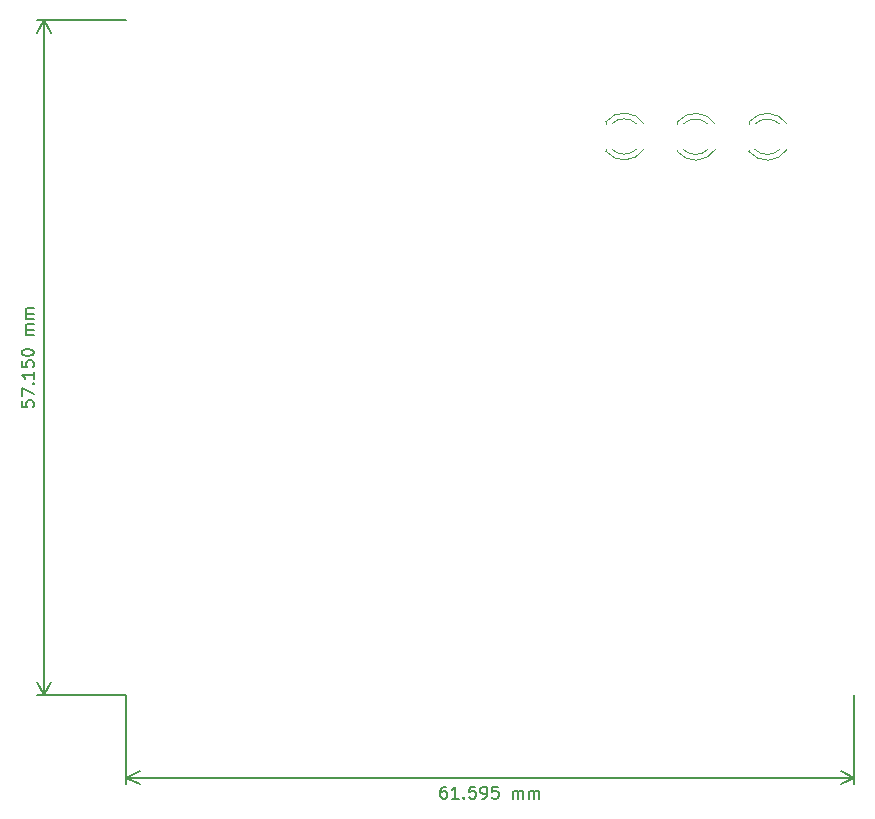
<source format=gto>
G04 #@! TF.GenerationSoftware,KiCad,Pcbnew,6.0.0-rc1-unknown-5b3202d~66~ubuntu16.04.1*
G04 #@! TF.CreationDate,2018-12-07T08:51:36-07:00
G04 #@! TF.ProjectId,MakerCozumel,4d616b65-7243-46f7-9a75-6d656c2e6b69,rev?*
G04 #@! TF.SameCoordinates,Original*
G04 #@! TF.FileFunction,Legend,Top*
G04 #@! TF.FilePolarity,Positive*
%FSLAX46Y46*%
G04 Gerber Fmt 4.6, Leading zero omitted, Abs format (unit mm)*
G04 Created by KiCad (PCBNEW 6.0.0-rc1-unknown-5b3202d~66~ubuntu16.04.1) date Fri 07 Dec 2018 08:51:36 AM MST*
%MOMM*%
%LPD*%
G04 APERTURE LIST*
%ADD10C,0.152400*%
%ADD11C,0.120000*%
G04 APERTURE END LIST*
D10*
X99087819Y-108451952D02*
X99087819Y-108935761D01*
X99571628Y-108984142D01*
X99523247Y-108935761D01*
X99474866Y-108839000D01*
X99474866Y-108597095D01*
X99523247Y-108500333D01*
X99571628Y-108451952D01*
X99668390Y-108403571D01*
X99910295Y-108403571D01*
X100007057Y-108451952D01*
X100055438Y-108500333D01*
X100103819Y-108597095D01*
X100103819Y-108839000D01*
X100055438Y-108935761D01*
X100007057Y-108984142D01*
X99087819Y-108064904D02*
X99087819Y-107387571D01*
X100103819Y-107823000D01*
X100007057Y-107000523D02*
X100055438Y-106952142D01*
X100103819Y-107000523D01*
X100055438Y-107048904D01*
X100007057Y-107000523D01*
X100103819Y-107000523D01*
X100103819Y-105984523D02*
X100103819Y-106565095D01*
X100103819Y-106274809D02*
X99087819Y-106274809D01*
X99232961Y-106371571D01*
X99329723Y-106468333D01*
X99378104Y-106565095D01*
X99087819Y-105065285D02*
X99087819Y-105549095D01*
X99571628Y-105597476D01*
X99523247Y-105549095D01*
X99474866Y-105452333D01*
X99474866Y-105210428D01*
X99523247Y-105113666D01*
X99571628Y-105065285D01*
X99668390Y-105016904D01*
X99910295Y-105016904D01*
X100007057Y-105065285D01*
X100055438Y-105113666D01*
X100103819Y-105210428D01*
X100103819Y-105452333D01*
X100055438Y-105549095D01*
X100007057Y-105597476D01*
X99087819Y-104387952D02*
X99087819Y-104291190D01*
X99136200Y-104194428D01*
X99184580Y-104146047D01*
X99281342Y-104097666D01*
X99474866Y-104049285D01*
X99716771Y-104049285D01*
X99910295Y-104097666D01*
X100007057Y-104146047D01*
X100055438Y-104194428D01*
X100103819Y-104291190D01*
X100103819Y-104387952D01*
X100055438Y-104484714D01*
X100007057Y-104533095D01*
X99910295Y-104581476D01*
X99716771Y-104629857D01*
X99474866Y-104629857D01*
X99281342Y-104581476D01*
X99184580Y-104533095D01*
X99136200Y-104484714D01*
X99087819Y-104387952D01*
X100103819Y-102839761D02*
X99426485Y-102839761D01*
X99523247Y-102839761D02*
X99474866Y-102791380D01*
X99426485Y-102694619D01*
X99426485Y-102549476D01*
X99474866Y-102452714D01*
X99571628Y-102404333D01*
X100103819Y-102404333D01*
X99571628Y-102404333D02*
X99474866Y-102355952D01*
X99426485Y-102259190D01*
X99426485Y-102114047D01*
X99474866Y-102017285D01*
X99571628Y-101968904D01*
X100103819Y-101968904D01*
X100103819Y-101485095D02*
X99426485Y-101485095D01*
X99523247Y-101485095D02*
X99474866Y-101436714D01*
X99426485Y-101339952D01*
X99426485Y-101194809D01*
X99474866Y-101098047D01*
X99571628Y-101049666D01*
X100103819Y-101049666D01*
X99571628Y-101049666D02*
X99474866Y-101001285D01*
X99426485Y-100904523D01*
X99426485Y-100759380D01*
X99474866Y-100662619D01*
X99571628Y-100614238D01*
X100103819Y-100614238D01*
X100965000Y-133350000D02*
X100965000Y-76200000D01*
X107950000Y-133350000D02*
X100378579Y-133350000D01*
X107950000Y-76200000D02*
X100378579Y-76200000D01*
X100965000Y-76200000D02*
X101551421Y-77326504D01*
X100965000Y-76200000D02*
X100378579Y-77326504D01*
X100965000Y-133350000D02*
X101551421Y-132223496D01*
X100965000Y-133350000D02*
X100378579Y-132223496D01*
X135022166Y-141099419D02*
X134828642Y-141099419D01*
X134731880Y-141147800D01*
X134683500Y-141196180D01*
X134586738Y-141341323D01*
X134538357Y-141534847D01*
X134538357Y-141921895D01*
X134586738Y-142018657D01*
X134635119Y-142067038D01*
X134731880Y-142115419D01*
X134925404Y-142115419D01*
X135022166Y-142067038D01*
X135070547Y-142018657D01*
X135118928Y-141921895D01*
X135118928Y-141679990D01*
X135070547Y-141583228D01*
X135022166Y-141534847D01*
X134925404Y-141486466D01*
X134731880Y-141486466D01*
X134635119Y-141534847D01*
X134586738Y-141583228D01*
X134538357Y-141679990D01*
X136086547Y-142115419D02*
X135505976Y-142115419D01*
X135796261Y-142115419D02*
X135796261Y-141099419D01*
X135699500Y-141244561D01*
X135602738Y-141341323D01*
X135505976Y-141389704D01*
X136521976Y-142018657D02*
X136570357Y-142067038D01*
X136521976Y-142115419D01*
X136473595Y-142067038D01*
X136521976Y-142018657D01*
X136521976Y-142115419D01*
X137489595Y-141099419D02*
X137005785Y-141099419D01*
X136957404Y-141583228D01*
X137005785Y-141534847D01*
X137102547Y-141486466D01*
X137344452Y-141486466D01*
X137441214Y-141534847D01*
X137489595Y-141583228D01*
X137537976Y-141679990D01*
X137537976Y-141921895D01*
X137489595Y-142018657D01*
X137441214Y-142067038D01*
X137344452Y-142115419D01*
X137102547Y-142115419D01*
X137005785Y-142067038D01*
X136957404Y-142018657D01*
X138021785Y-142115419D02*
X138215309Y-142115419D01*
X138312071Y-142067038D01*
X138360452Y-142018657D01*
X138457214Y-141873514D01*
X138505595Y-141679990D01*
X138505595Y-141292942D01*
X138457214Y-141196180D01*
X138408833Y-141147800D01*
X138312071Y-141099419D01*
X138118547Y-141099419D01*
X138021785Y-141147800D01*
X137973404Y-141196180D01*
X137925023Y-141292942D01*
X137925023Y-141534847D01*
X137973404Y-141631609D01*
X138021785Y-141679990D01*
X138118547Y-141728371D01*
X138312071Y-141728371D01*
X138408833Y-141679990D01*
X138457214Y-141631609D01*
X138505595Y-141534847D01*
X139424833Y-141099419D02*
X138941023Y-141099419D01*
X138892642Y-141583228D01*
X138941023Y-141534847D01*
X139037785Y-141486466D01*
X139279690Y-141486466D01*
X139376452Y-141534847D01*
X139424833Y-141583228D01*
X139473214Y-141679990D01*
X139473214Y-141921895D01*
X139424833Y-142018657D01*
X139376452Y-142067038D01*
X139279690Y-142115419D01*
X139037785Y-142115419D01*
X138941023Y-142067038D01*
X138892642Y-142018657D01*
X140682738Y-142115419D02*
X140682738Y-141438085D01*
X140682738Y-141534847D02*
X140731119Y-141486466D01*
X140827880Y-141438085D01*
X140973023Y-141438085D01*
X141069785Y-141486466D01*
X141118166Y-141583228D01*
X141118166Y-142115419D01*
X141118166Y-141583228D02*
X141166547Y-141486466D01*
X141263309Y-141438085D01*
X141408452Y-141438085D01*
X141505214Y-141486466D01*
X141553595Y-141583228D01*
X141553595Y-142115419D01*
X142037404Y-142115419D02*
X142037404Y-141438085D01*
X142037404Y-141534847D02*
X142085785Y-141486466D01*
X142182547Y-141438085D01*
X142327690Y-141438085D01*
X142424452Y-141486466D01*
X142472833Y-141583228D01*
X142472833Y-142115419D01*
X142472833Y-141583228D02*
X142521214Y-141486466D01*
X142617976Y-141438085D01*
X142763119Y-141438085D01*
X142859880Y-141486466D01*
X142908261Y-141583228D01*
X142908261Y-142115419D01*
X107950000Y-140335000D02*
X169545000Y-140335000D01*
X107950000Y-133350000D02*
X107950000Y-140921421D01*
X169545000Y-133350000D02*
X169545000Y-140921421D01*
X169545000Y-140335000D02*
X168418496Y-140921421D01*
X169545000Y-140335000D02*
X168418496Y-139748579D01*
X107950000Y-140335000D02*
X109076504Y-140921421D01*
X107950000Y-140335000D02*
X109076504Y-139748579D01*
D11*
G04 #@! TO.C,D1*
X151760935Y-84976592D02*
G75*
G03X148528600Y-84819684I-1672335J-1078608D01*
G01*
X151760935Y-87133808D02*
G75*
G02X148528600Y-87290716I-1672335J1078608D01*
G01*
X151129730Y-84975363D02*
G75*
G03X149047639Y-84975200I-1041130J-1079837D01*
G01*
X151129730Y-87135037D02*
G75*
G02X149047639Y-87135200I-1041130J1079837D01*
G01*
X148528600Y-84819200D02*
X148528600Y-84975200D01*
X148528600Y-87135200D02*
X148528600Y-87291200D01*
G04 #@! TO.C,D2*
X154573800Y-87160600D02*
X154573800Y-87316600D01*
X154573800Y-84844600D02*
X154573800Y-85000600D01*
X157174930Y-87160437D02*
G75*
G02X155092839Y-87160600I-1041130J1079837D01*
G01*
X157174930Y-85000763D02*
G75*
G03X155092839Y-85000600I-1041130J-1079837D01*
G01*
X157806135Y-87159208D02*
G75*
G02X154573800Y-87316116I-1672335J1078608D01*
G01*
X157806135Y-85001992D02*
G75*
G03X154573800Y-84845084I-1672335J-1078608D01*
G01*
G04 #@! TO.C,D3*
X163876735Y-85001992D02*
G75*
G03X160644400Y-84845084I-1672335J-1078608D01*
G01*
X163876735Y-87159208D02*
G75*
G02X160644400Y-87316116I-1672335J1078608D01*
G01*
X163245530Y-85000763D02*
G75*
G03X161163439Y-85000600I-1041130J-1079837D01*
G01*
X163245530Y-87160437D02*
G75*
G02X161163439Y-87160600I-1041130J1079837D01*
G01*
X160644400Y-84844600D02*
X160644400Y-85000600D01*
X160644400Y-87160600D02*
X160644400Y-87316600D01*
G04 #@! TD*
M02*

</source>
